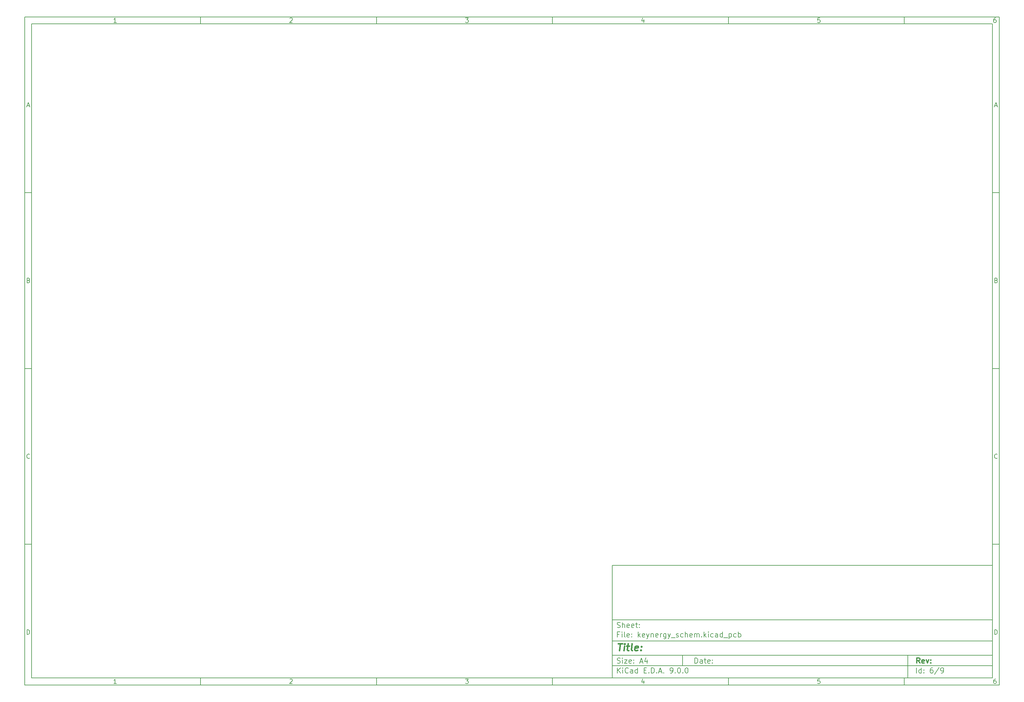
<source format=gbr>
%TF.GenerationSoftware,KiCad,Pcbnew,9.0.0*%
%TF.CreationDate,2025-04-02T13:07:29+08:00*%
%TF.ProjectId,keynergy_schem,6b65796e-6572-4677-995f-736368656d2e,rev?*%
%TF.SameCoordinates,Original*%
%TF.FileFunction,Legend,Bot*%
%TF.FilePolarity,Positive*%
%FSLAX46Y46*%
G04 Gerber Fmt 4.6, Leading zero omitted, Abs format (unit mm)*
G04 Created by KiCad (PCBNEW 9.0.0) date 2025-04-02 13:07:29*
%MOMM*%
%LPD*%
G01*
G04 APERTURE LIST*
%ADD10C,0.100000*%
%ADD11C,0.150000*%
%ADD12C,0.300000*%
%ADD13C,0.400000*%
G04 APERTURE END LIST*
D10*
D11*
X177002200Y-166007200D02*
X285002200Y-166007200D01*
X285002200Y-198007200D01*
X177002200Y-198007200D01*
X177002200Y-166007200D01*
D10*
D11*
X10000000Y-10000000D02*
X287002200Y-10000000D01*
X287002200Y-200007200D01*
X10000000Y-200007200D01*
X10000000Y-10000000D01*
D10*
D11*
X12000000Y-12000000D02*
X285002200Y-12000000D01*
X285002200Y-198007200D01*
X12000000Y-198007200D01*
X12000000Y-12000000D01*
D10*
D11*
X60000000Y-12000000D02*
X60000000Y-10000000D01*
D10*
D11*
X110000000Y-12000000D02*
X110000000Y-10000000D01*
D10*
D11*
X160000000Y-12000000D02*
X160000000Y-10000000D01*
D10*
D11*
X210000000Y-12000000D02*
X210000000Y-10000000D01*
D10*
D11*
X260000000Y-12000000D02*
X260000000Y-10000000D01*
D10*
D11*
X36089160Y-11593604D02*
X35346303Y-11593604D01*
X35717731Y-11593604D02*
X35717731Y-10293604D01*
X35717731Y-10293604D02*
X35593922Y-10479319D01*
X35593922Y-10479319D02*
X35470112Y-10603128D01*
X35470112Y-10603128D02*
X35346303Y-10665033D01*
D10*
D11*
X85346303Y-10417414D02*
X85408207Y-10355509D01*
X85408207Y-10355509D02*
X85532017Y-10293604D01*
X85532017Y-10293604D02*
X85841541Y-10293604D01*
X85841541Y-10293604D02*
X85965350Y-10355509D01*
X85965350Y-10355509D02*
X86027255Y-10417414D01*
X86027255Y-10417414D02*
X86089160Y-10541223D01*
X86089160Y-10541223D02*
X86089160Y-10665033D01*
X86089160Y-10665033D02*
X86027255Y-10850747D01*
X86027255Y-10850747D02*
X85284398Y-11593604D01*
X85284398Y-11593604D02*
X86089160Y-11593604D01*
D10*
D11*
X135284398Y-10293604D02*
X136089160Y-10293604D01*
X136089160Y-10293604D02*
X135655826Y-10788842D01*
X135655826Y-10788842D02*
X135841541Y-10788842D01*
X135841541Y-10788842D02*
X135965350Y-10850747D01*
X135965350Y-10850747D02*
X136027255Y-10912652D01*
X136027255Y-10912652D02*
X136089160Y-11036461D01*
X136089160Y-11036461D02*
X136089160Y-11345985D01*
X136089160Y-11345985D02*
X136027255Y-11469795D01*
X136027255Y-11469795D02*
X135965350Y-11531700D01*
X135965350Y-11531700D02*
X135841541Y-11593604D01*
X135841541Y-11593604D02*
X135470112Y-11593604D01*
X135470112Y-11593604D02*
X135346303Y-11531700D01*
X135346303Y-11531700D02*
X135284398Y-11469795D01*
D10*
D11*
X185965350Y-10726938D02*
X185965350Y-11593604D01*
X185655826Y-10231700D02*
X185346303Y-11160271D01*
X185346303Y-11160271D02*
X186151064Y-11160271D01*
D10*
D11*
X236027255Y-10293604D02*
X235408207Y-10293604D01*
X235408207Y-10293604D02*
X235346303Y-10912652D01*
X235346303Y-10912652D02*
X235408207Y-10850747D01*
X235408207Y-10850747D02*
X235532017Y-10788842D01*
X235532017Y-10788842D02*
X235841541Y-10788842D01*
X235841541Y-10788842D02*
X235965350Y-10850747D01*
X235965350Y-10850747D02*
X236027255Y-10912652D01*
X236027255Y-10912652D02*
X236089160Y-11036461D01*
X236089160Y-11036461D02*
X236089160Y-11345985D01*
X236089160Y-11345985D02*
X236027255Y-11469795D01*
X236027255Y-11469795D02*
X235965350Y-11531700D01*
X235965350Y-11531700D02*
X235841541Y-11593604D01*
X235841541Y-11593604D02*
X235532017Y-11593604D01*
X235532017Y-11593604D02*
X235408207Y-11531700D01*
X235408207Y-11531700D02*
X235346303Y-11469795D01*
D10*
D11*
X285965350Y-10293604D02*
X285717731Y-10293604D01*
X285717731Y-10293604D02*
X285593922Y-10355509D01*
X285593922Y-10355509D02*
X285532017Y-10417414D01*
X285532017Y-10417414D02*
X285408207Y-10603128D01*
X285408207Y-10603128D02*
X285346303Y-10850747D01*
X285346303Y-10850747D02*
X285346303Y-11345985D01*
X285346303Y-11345985D02*
X285408207Y-11469795D01*
X285408207Y-11469795D02*
X285470112Y-11531700D01*
X285470112Y-11531700D02*
X285593922Y-11593604D01*
X285593922Y-11593604D02*
X285841541Y-11593604D01*
X285841541Y-11593604D02*
X285965350Y-11531700D01*
X285965350Y-11531700D02*
X286027255Y-11469795D01*
X286027255Y-11469795D02*
X286089160Y-11345985D01*
X286089160Y-11345985D02*
X286089160Y-11036461D01*
X286089160Y-11036461D02*
X286027255Y-10912652D01*
X286027255Y-10912652D02*
X285965350Y-10850747D01*
X285965350Y-10850747D02*
X285841541Y-10788842D01*
X285841541Y-10788842D02*
X285593922Y-10788842D01*
X285593922Y-10788842D02*
X285470112Y-10850747D01*
X285470112Y-10850747D02*
X285408207Y-10912652D01*
X285408207Y-10912652D02*
X285346303Y-11036461D01*
D10*
D11*
X60000000Y-198007200D02*
X60000000Y-200007200D01*
D10*
D11*
X110000000Y-198007200D02*
X110000000Y-200007200D01*
D10*
D11*
X160000000Y-198007200D02*
X160000000Y-200007200D01*
D10*
D11*
X210000000Y-198007200D02*
X210000000Y-200007200D01*
D10*
D11*
X260000000Y-198007200D02*
X260000000Y-200007200D01*
D10*
D11*
X36089160Y-199600804D02*
X35346303Y-199600804D01*
X35717731Y-199600804D02*
X35717731Y-198300804D01*
X35717731Y-198300804D02*
X35593922Y-198486519D01*
X35593922Y-198486519D02*
X35470112Y-198610328D01*
X35470112Y-198610328D02*
X35346303Y-198672233D01*
D10*
D11*
X85346303Y-198424614D02*
X85408207Y-198362709D01*
X85408207Y-198362709D02*
X85532017Y-198300804D01*
X85532017Y-198300804D02*
X85841541Y-198300804D01*
X85841541Y-198300804D02*
X85965350Y-198362709D01*
X85965350Y-198362709D02*
X86027255Y-198424614D01*
X86027255Y-198424614D02*
X86089160Y-198548423D01*
X86089160Y-198548423D02*
X86089160Y-198672233D01*
X86089160Y-198672233D02*
X86027255Y-198857947D01*
X86027255Y-198857947D02*
X85284398Y-199600804D01*
X85284398Y-199600804D02*
X86089160Y-199600804D01*
D10*
D11*
X135284398Y-198300804D02*
X136089160Y-198300804D01*
X136089160Y-198300804D02*
X135655826Y-198796042D01*
X135655826Y-198796042D02*
X135841541Y-198796042D01*
X135841541Y-198796042D02*
X135965350Y-198857947D01*
X135965350Y-198857947D02*
X136027255Y-198919852D01*
X136027255Y-198919852D02*
X136089160Y-199043661D01*
X136089160Y-199043661D02*
X136089160Y-199353185D01*
X136089160Y-199353185D02*
X136027255Y-199476995D01*
X136027255Y-199476995D02*
X135965350Y-199538900D01*
X135965350Y-199538900D02*
X135841541Y-199600804D01*
X135841541Y-199600804D02*
X135470112Y-199600804D01*
X135470112Y-199600804D02*
X135346303Y-199538900D01*
X135346303Y-199538900D02*
X135284398Y-199476995D01*
D10*
D11*
X185965350Y-198734138D02*
X185965350Y-199600804D01*
X185655826Y-198238900D02*
X185346303Y-199167471D01*
X185346303Y-199167471D02*
X186151064Y-199167471D01*
D10*
D11*
X236027255Y-198300804D02*
X235408207Y-198300804D01*
X235408207Y-198300804D02*
X235346303Y-198919852D01*
X235346303Y-198919852D02*
X235408207Y-198857947D01*
X235408207Y-198857947D02*
X235532017Y-198796042D01*
X235532017Y-198796042D02*
X235841541Y-198796042D01*
X235841541Y-198796042D02*
X235965350Y-198857947D01*
X235965350Y-198857947D02*
X236027255Y-198919852D01*
X236027255Y-198919852D02*
X236089160Y-199043661D01*
X236089160Y-199043661D02*
X236089160Y-199353185D01*
X236089160Y-199353185D02*
X236027255Y-199476995D01*
X236027255Y-199476995D02*
X235965350Y-199538900D01*
X235965350Y-199538900D02*
X235841541Y-199600804D01*
X235841541Y-199600804D02*
X235532017Y-199600804D01*
X235532017Y-199600804D02*
X235408207Y-199538900D01*
X235408207Y-199538900D02*
X235346303Y-199476995D01*
D10*
D11*
X285965350Y-198300804D02*
X285717731Y-198300804D01*
X285717731Y-198300804D02*
X285593922Y-198362709D01*
X285593922Y-198362709D02*
X285532017Y-198424614D01*
X285532017Y-198424614D02*
X285408207Y-198610328D01*
X285408207Y-198610328D02*
X285346303Y-198857947D01*
X285346303Y-198857947D02*
X285346303Y-199353185D01*
X285346303Y-199353185D02*
X285408207Y-199476995D01*
X285408207Y-199476995D02*
X285470112Y-199538900D01*
X285470112Y-199538900D02*
X285593922Y-199600804D01*
X285593922Y-199600804D02*
X285841541Y-199600804D01*
X285841541Y-199600804D02*
X285965350Y-199538900D01*
X285965350Y-199538900D02*
X286027255Y-199476995D01*
X286027255Y-199476995D02*
X286089160Y-199353185D01*
X286089160Y-199353185D02*
X286089160Y-199043661D01*
X286089160Y-199043661D02*
X286027255Y-198919852D01*
X286027255Y-198919852D02*
X285965350Y-198857947D01*
X285965350Y-198857947D02*
X285841541Y-198796042D01*
X285841541Y-198796042D02*
X285593922Y-198796042D01*
X285593922Y-198796042D02*
X285470112Y-198857947D01*
X285470112Y-198857947D02*
X285408207Y-198919852D01*
X285408207Y-198919852D02*
X285346303Y-199043661D01*
D10*
D11*
X10000000Y-60000000D02*
X12000000Y-60000000D01*
D10*
D11*
X10000000Y-110000000D02*
X12000000Y-110000000D01*
D10*
D11*
X10000000Y-160000000D02*
X12000000Y-160000000D01*
D10*
D11*
X10690476Y-35222176D02*
X11309523Y-35222176D01*
X10566666Y-35593604D02*
X10999999Y-34293604D01*
X10999999Y-34293604D02*
X11433333Y-35593604D01*
D10*
D11*
X11092857Y-84912652D02*
X11278571Y-84974557D01*
X11278571Y-84974557D02*
X11340476Y-85036461D01*
X11340476Y-85036461D02*
X11402380Y-85160271D01*
X11402380Y-85160271D02*
X11402380Y-85345985D01*
X11402380Y-85345985D02*
X11340476Y-85469795D01*
X11340476Y-85469795D02*
X11278571Y-85531700D01*
X11278571Y-85531700D02*
X11154761Y-85593604D01*
X11154761Y-85593604D02*
X10659523Y-85593604D01*
X10659523Y-85593604D02*
X10659523Y-84293604D01*
X10659523Y-84293604D02*
X11092857Y-84293604D01*
X11092857Y-84293604D02*
X11216666Y-84355509D01*
X11216666Y-84355509D02*
X11278571Y-84417414D01*
X11278571Y-84417414D02*
X11340476Y-84541223D01*
X11340476Y-84541223D02*
X11340476Y-84665033D01*
X11340476Y-84665033D02*
X11278571Y-84788842D01*
X11278571Y-84788842D02*
X11216666Y-84850747D01*
X11216666Y-84850747D02*
X11092857Y-84912652D01*
X11092857Y-84912652D02*
X10659523Y-84912652D01*
D10*
D11*
X11402380Y-135469795D02*
X11340476Y-135531700D01*
X11340476Y-135531700D02*
X11154761Y-135593604D01*
X11154761Y-135593604D02*
X11030952Y-135593604D01*
X11030952Y-135593604D02*
X10845238Y-135531700D01*
X10845238Y-135531700D02*
X10721428Y-135407890D01*
X10721428Y-135407890D02*
X10659523Y-135284080D01*
X10659523Y-135284080D02*
X10597619Y-135036461D01*
X10597619Y-135036461D02*
X10597619Y-134850747D01*
X10597619Y-134850747D02*
X10659523Y-134603128D01*
X10659523Y-134603128D02*
X10721428Y-134479319D01*
X10721428Y-134479319D02*
X10845238Y-134355509D01*
X10845238Y-134355509D02*
X11030952Y-134293604D01*
X11030952Y-134293604D02*
X11154761Y-134293604D01*
X11154761Y-134293604D02*
X11340476Y-134355509D01*
X11340476Y-134355509D02*
X11402380Y-134417414D01*
D10*
D11*
X10659523Y-185593604D02*
X10659523Y-184293604D01*
X10659523Y-184293604D02*
X10969047Y-184293604D01*
X10969047Y-184293604D02*
X11154761Y-184355509D01*
X11154761Y-184355509D02*
X11278571Y-184479319D01*
X11278571Y-184479319D02*
X11340476Y-184603128D01*
X11340476Y-184603128D02*
X11402380Y-184850747D01*
X11402380Y-184850747D02*
X11402380Y-185036461D01*
X11402380Y-185036461D02*
X11340476Y-185284080D01*
X11340476Y-185284080D02*
X11278571Y-185407890D01*
X11278571Y-185407890D02*
X11154761Y-185531700D01*
X11154761Y-185531700D02*
X10969047Y-185593604D01*
X10969047Y-185593604D02*
X10659523Y-185593604D01*
D10*
D11*
X287002200Y-60000000D02*
X285002200Y-60000000D01*
D10*
D11*
X287002200Y-110000000D02*
X285002200Y-110000000D01*
D10*
D11*
X287002200Y-160000000D02*
X285002200Y-160000000D01*
D10*
D11*
X285692676Y-35222176D02*
X286311723Y-35222176D01*
X285568866Y-35593604D02*
X286002199Y-34293604D01*
X286002199Y-34293604D02*
X286435533Y-35593604D01*
D10*
D11*
X286095057Y-84912652D02*
X286280771Y-84974557D01*
X286280771Y-84974557D02*
X286342676Y-85036461D01*
X286342676Y-85036461D02*
X286404580Y-85160271D01*
X286404580Y-85160271D02*
X286404580Y-85345985D01*
X286404580Y-85345985D02*
X286342676Y-85469795D01*
X286342676Y-85469795D02*
X286280771Y-85531700D01*
X286280771Y-85531700D02*
X286156961Y-85593604D01*
X286156961Y-85593604D02*
X285661723Y-85593604D01*
X285661723Y-85593604D02*
X285661723Y-84293604D01*
X285661723Y-84293604D02*
X286095057Y-84293604D01*
X286095057Y-84293604D02*
X286218866Y-84355509D01*
X286218866Y-84355509D02*
X286280771Y-84417414D01*
X286280771Y-84417414D02*
X286342676Y-84541223D01*
X286342676Y-84541223D02*
X286342676Y-84665033D01*
X286342676Y-84665033D02*
X286280771Y-84788842D01*
X286280771Y-84788842D02*
X286218866Y-84850747D01*
X286218866Y-84850747D02*
X286095057Y-84912652D01*
X286095057Y-84912652D02*
X285661723Y-84912652D01*
D10*
D11*
X286404580Y-135469795D02*
X286342676Y-135531700D01*
X286342676Y-135531700D02*
X286156961Y-135593604D01*
X286156961Y-135593604D02*
X286033152Y-135593604D01*
X286033152Y-135593604D02*
X285847438Y-135531700D01*
X285847438Y-135531700D02*
X285723628Y-135407890D01*
X285723628Y-135407890D02*
X285661723Y-135284080D01*
X285661723Y-135284080D02*
X285599819Y-135036461D01*
X285599819Y-135036461D02*
X285599819Y-134850747D01*
X285599819Y-134850747D02*
X285661723Y-134603128D01*
X285661723Y-134603128D02*
X285723628Y-134479319D01*
X285723628Y-134479319D02*
X285847438Y-134355509D01*
X285847438Y-134355509D02*
X286033152Y-134293604D01*
X286033152Y-134293604D02*
X286156961Y-134293604D01*
X286156961Y-134293604D02*
X286342676Y-134355509D01*
X286342676Y-134355509D02*
X286404580Y-134417414D01*
D10*
D11*
X285661723Y-185593604D02*
X285661723Y-184293604D01*
X285661723Y-184293604D02*
X285971247Y-184293604D01*
X285971247Y-184293604D02*
X286156961Y-184355509D01*
X286156961Y-184355509D02*
X286280771Y-184479319D01*
X286280771Y-184479319D02*
X286342676Y-184603128D01*
X286342676Y-184603128D02*
X286404580Y-184850747D01*
X286404580Y-184850747D02*
X286404580Y-185036461D01*
X286404580Y-185036461D02*
X286342676Y-185284080D01*
X286342676Y-185284080D02*
X286280771Y-185407890D01*
X286280771Y-185407890D02*
X286156961Y-185531700D01*
X286156961Y-185531700D02*
X285971247Y-185593604D01*
X285971247Y-185593604D02*
X285661723Y-185593604D01*
D10*
D11*
X200458026Y-193793328D02*
X200458026Y-192293328D01*
X200458026Y-192293328D02*
X200815169Y-192293328D01*
X200815169Y-192293328D02*
X201029455Y-192364757D01*
X201029455Y-192364757D02*
X201172312Y-192507614D01*
X201172312Y-192507614D02*
X201243741Y-192650471D01*
X201243741Y-192650471D02*
X201315169Y-192936185D01*
X201315169Y-192936185D02*
X201315169Y-193150471D01*
X201315169Y-193150471D02*
X201243741Y-193436185D01*
X201243741Y-193436185D02*
X201172312Y-193579042D01*
X201172312Y-193579042D02*
X201029455Y-193721900D01*
X201029455Y-193721900D02*
X200815169Y-193793328D01*
X200815169Y-193793328D02*
X200458026Y-193793328D01*
X202600884Y-193793328D02*
X202600884Y-193007614D01*
X202600884Y-193007614D02*
X202529455Y-192864757D01*
X202529455Y-192864757D02*
X202386598Y-192793328D01*
X202386598Y-192793328D02*
X202100884Y-192793328D01*
X202100884Y-192793328D02*
X201958026Y-192864757D01*
X202600884Y-193721900D02*
X202458026Y-193793328D01*
X202458026Y-193793328D02*
X202100884Y-193793328D01*
X202100884Y-193793328D02*
X201958026Y-193721900D01*
X201958026Y-193721900D02*
X201886598Y-193579042D01*
X201886598Y-193579042D02*
X201886598Y-193436185D01*
X201886598Y-193436185D02*
X201958026Y-193293328D01*
X201958026Y-193293328D02*
X202100884Y-193221900D01*
X202100884Y-193221900D02*
X202458026Y-193221900D01*
X202458026Y-193221900D02*
X202600884Y-193150471D01*
X203100884Y-192793328D02*
X203672312Y-192793328D01*
X203315169Y-192293328D02*
X203315169Y-193579042D01*
X203315169Y-193579042D02*
X203386598Y-193721900D01*
X203386598Y-193721900D02*
X203529455Y-193793328D01*
X203529455Y-193793328D02*
X203672312Y-193793328D01*
X204743741Y-193721900D02*
X204600884Y-193793328D01*
X204600884Y-193793328D02*
X204315170Y-193793328D01*
X204315170Y-193793328D02*
X204172312Y-193721900D01*
X204172312Y-193721900D02*
X204100884Y-193579042D01*
X204100884Y-193579042D02*
X204100884Y-193007614D01*
X204100884Y-193007614D02*
X204172312Y-192864757D01*
X204172312Y-192864757D02*
X204315170Y-192793328D01*
X204315170Y-192793328D02*
X204600884Y-192793328D01*
X204600884Y-192793328D02*
X204743741Y-192864757D01*
X204743741Y-192864757D02*
X204815170Y-193007614D01*
X204815170Y-193007614D02*
X204815170Y-193150471D01*
X204815170Y-193150471D02*
X204100884Y-193293328D01*
X205458026Y-193650471D02*
X205529455Y-193721900D01*
X205529455Y-193721900D02*
X205458026Y-193793328D01*
X205458026Y-193793328D02*
X205386598Y-193721900D01*
X205386598Y-193721900D02*
X205458026Y-193650471D01*
X205458026Y-193650471D02*
X205458026Y-193793328D01*
X205458026Y-192864757D02*
X205529455Y-192936185D01*
X205529455Y-192936185D02*
X205458026Y-193007614D01*
X205458026Y-193007614D02*
X205386598Y-192936185D01*
X205386598Y-192936185D02*
X205458026Y-192864757D01*
X205458026Y-192864757D02*
X205458026Y-193007614D01*
D10*
D11*
X177002200Y-194507200D02*
X285002200Y-194507200D01*
D10*
D11*
X178458026Y-196593328D02*
X178458026Y-195093328D01*
X179315169Y-196593328D02*
X178672312Y-195736185D01*
X179315169Y-195093328D02*
X178458026Y-195950471D01*
X179958026Y-196593328D02*
X179958026Y-195593328D01*
X179958026Y-195093328D02*
X179886598Y-195164757D01*
X179886598Y-195164757D02*
X179958026Y-195236185D01*
X179958026Y-195236185D02*
X180029455Y-195164757D01*
X180029455Y-195164757D02*
X179958026Y-195093328D01*
X179958026Y-195093328D02*
X179958026Y-195236185D01*
X181529455Y-196450471D02*
X181458027Y-196521900D01*
X181458027Y-196521900D02*
X181243741Y-196593328D01*
X181243741Y-196593328D02*
X181100884Y-196593328D01*
X181100884Y-196593328D02*
X180886598Y-196521900D01*
X180886598Y-196521900D02*
X180743741Y-196379042D01*
X180743741Y-196379042D02*
X180672312Y-196236185D01*
X180672312Y-196236185D02*
X180600884Y-195950471D01*
X180600884Y-195950471D02*
X180600884Y-195736185D01*
X180600884Y-195736185D02*
X180672312Y-195450471D01*
X180672312Y-195450471D02*
X180743741Y-195307614D01*
X180743741Y-195307614D02*
X180886598Y-195164757D01*
X180886598Y-195164757D02*
X181100884Y-195093328D01*
X181100884Y-195093328D02*
X181243741Y-195093328D01*
X181243741Y-195093328D02*
X181458027Y-195164757D01*
X181458027Y-195164757D02*
X181529455Y-195236185D01*
X182815170Y-196593328D02*
X182815170Y-195807614D01*
X182815170Y-195807614D02*
X182743741Y-195664757D01*
X182743741Y-195664757D02*
X182600884Y-195593328D01*
X182600884Y-195593328D02*
X182315170Y-195593328D01*
X182315170Y-195593328D02*
X182172312Y-195664757D01*
X182815170Y-196521900D02*
X182672312Y-196593328D01*
X182672312Y-196593328D02*
X182315170Y-196593328D01*
X182315170Y-196593328D02*
X182172312Y-196521900D01*
X182172312Y-196521900D02*
X182100884Y-196379042D01*
X182100884Y-196379042D02*
X182100884Y-196236185D01*
X182100884Y-196236185D02*
X182172312Y-196093328D01*
X182172312Y-196093328D02*
X182315170Y-196021900D01*
X182315170Y-196021900D02*
X182672312Y-196021900D01*
X182672312Y-196021900D02*
X182815170Y-195950471D01*
X184172313Y-196593328D02*
X184172313Y-195093328D01*
X184172313Y-196521900D02*
X184029455Y-196593328D01*
X184029455Y-196593328D02*
X183743741Y-196593328D01*
X183743741Y-196593328D02*
X183600884Y-196521900D01*
X183600884Y-196521900D02*
X183529455Y-196450471D01*
X183529455Y-196450471D02*
X183458027Y-196307614D01*
X183458027Y-196307614D02*
X183458027Y-195879042D01*
X183458027Y-195879042D02*
X183529455Y-195736185D01*
X183529455Y-195736185D02*
X183600884Y-195664757D01*
X183600884Y-195664757D02*
X183743741Y-195593328D01*
X183743741Y-195593328D02*
X184029455Y-195593328D01*
X184029455Y-195593328D02*
X184172313Y-195664757D01*
X186029455Y-195807614D02*
X186529455Y-195807614D01*
X186743741Y-196593328D02*
X186029455Y-196593328D01*
X186029455Y-196593328D02*
X186029455Y-195093328D01*
X186029455Y-195093328D02*
X186743741Y-195093328D01*
X187386598Y-196450471D02*
X187458027Y-196521900D01*
X187458027Y-196521900D02*
X187386598Y-196593328D01*
X187386598Y-196593328D02*
X187315170Y-196521900D01*
X187315170Y-196521900D02*
X187386598Y-196450471D01*
X187386598Y-196450471D02*
X187386598Y-196593328D01*
X188100884Y-196593328D02*
X188100884Y-195093328D01*
X188100884Y-195093328D02*
X188458027Y-195093328D01*
X188458027Y-195093328D02*
X188672313Y-195164757D01*
X188672313Y-195164757D02*
X188815170Y-195307614D01*
X188815170Y-195307614D02*
X188886599Y-195450471D01*
X188886599Y-195450471D02*
X188958027Y-195736185D01*
X188958027Y-195736185D02*
X188958027Y-195950471D01*
X188958027Y-195950471D02*
X188886599Y-196236185D01*
X188886599Y-196236185D02*
X188815170Y-196379042D01*
X188815170Y-196379042D02*
X188672313Y-196521900D01*
X188672313Y-196521900D02*
X188458027Y-196593328D01*
X188458027Y-196593328D02*
X188100884Y-196593328D01*
X189600884Y-196450471D02*
X189672313Y-196521900D01*
X189672313Y-196521900D02*
X189600884Y-196593328D01*
X189600884Y-196593328D02*
X189529456Y-196521900D01*
X189529456Y-196521900D02*
X189600884Y-196450471D01*
X189600884Y-196450471D02*
X189600884Y-196593328D01*
X190243742Y-196164757D02*
X190958028Y-196164757D01*
X190100885Y-196593328D02*
X190600885Y-195093328D01*
X190600885Y-195093328D02*
X191100885Y-196593328D01*
X191600884Y-196450471D02*
X191672313Y-196521900D01*
X191672313Y-196521900D02*
X191600884Y-196593328D01*
X191600884Y-196593328D02*
X191529456Y-196521900D01*
X191529456Y-196521900D02*
X191600884Y-196450471D01*
X191600884Y-196450471D02*
X191600884Y-196593328D01*
X193529456Y-196593328D02*
X193815170Y-196593328D01*
X193815170Y-196593328D02*
X193958027Y-196521900D01*
X193958027Y-196521900D02*
X194029456Y-196450471D01*
X194029456Y-196450471D02*
X194172313Y-196236185D01*
X194172313Y-196236185D02*
X194243742Y-195950471D01*
X194243742Y-195950471D02*
X194243742Y-195379042D01*
X194243742Y-195379042D02*
X194172313Y-195236185D01*
X194172313Y-195236185D02*
X194100885Y-195164757D01*
X194100885Y-195164757D02*
X193958027Y-195093328D01*
X193958027Y-195093328D02*
X193672313Y-195093328D01*
X193672313Y-195093328D02*
X193529456Y-195164757D01*
X193529456Y-195164757D02*
X193458027Y-195236185D01*
X193458027Y-195236185D02*
X193386599Y-195379042D01*
X193386599Y-195379042D02*
X193386599Y-195736185D01*
X193386599Y-195736185D02*
X193458027Y-195879042D01*
X193458027Y-195879042D02*
X193529456Y-195950471D01*
X193529456Y-195950471D02*
X193672313Y-196021900D01*
X193672313Y-196021900D02*
X193958027Y-196021900D01*
X193958027Y-196021900D02*
X194100885Y-195950471D01*
X194100885Y-195950471D02*
X194172313Y-195879042D01*
X194172313Y-195879042D02*
X194243742Y-195736185D01*
X194886598Y-196450471D02*
X194958027Y-196521900D01*
X194958027Y-196521900D02*
X194886598Y-196593328D01*
X194886598Y-196593328D02*
X194815170Y-196521900D01*
X194815170Y-196521900D02*
X194886598Y-196450471D01*
X194886598Y-196450471D02*
X194886598Y-196593328D01*
X195886599Y-195093328D02*
X196029456Y-195093328D01*
X196029456Y-195093328D02*
X196172313Y-195164757D01*
X196172313Y-195164757D02*
X196243742Y-195236185D01*
X196243742Y-195236185D02*
X196315170Y-195379042D01*
X196315170Y-195379042D02*
X196386599Y-195664757D01*
X196386599Y-195664757D02*
X196386599Y-196021900D01*
X196386599Y-196021900D02*
X196315170Y-196307614D01*
X196315170Y-196307614D02*
X196243742Y-196450471D01*
X196243742Y-196450471D02*
X196172313Y-196521900D01*
X196172313Y-196521900D02*
X196029456Y-196593328D01*
X196029456Y-196593328D02*
X195886599Y-196593328D01*
X195886599Y-196593328D02*
X195743742Y-196521900D01*
X195743742Y-196521900D02*
X195672313Y-196450471D01*
X195672313Y-196450471D02*
X195600884Y-196307614D01*
X195600884Y-196307614D02*
X195529456Y-196021900D01*
X195529456Y-196021900D02*
X195529456Y-195664757D01*
X195529456Y-195664757D02*
X195600884Y-195379042D01*
X195600884Y-195379042D02*
X195672313Y-195236185D01*
X195672313Y-195236185D02*
X195743742Y-195164757D01*
X195743742Y-195164757D02*
X195886599Y-195093328D01*
X197029455Y-196450471D02*
X197100884Y-196521900D01*
X197100884Y-196521900D02*
X197029455Y-196593328D01*
X197029455Y-196593328D02*
X196958027Y-196521900D01*
X196958027Y-196521900D02*
X197029455Y-196450471D01*
X197029455Y-196450471D02*
X197029455Y-196593328D01*
X198029456Y-195093328D02*
X198172313Y-195093328D01*
X198172313Y-195093328D02*
X198315170Y-195164757D01*
X198315170Y-195164757D02*
X198386599Y-195236185D01*
X198386599Y-195236185D02*
X198458027Y-195379042D01*
X198458027Y-195379042D02*
X198529456Y-195664757D01*
X198529456Y-195664757D02*
X198529456Y-196021900D01*
X198529456Y-196021900D02*
X198458027Y-196307614D01*
X198458027Y-196307614D02*
X198386599Y-196450471D01*
X198386599Y-196450471D02*
X198315170Y-196521900D01*
X198315170Y-196521900D02*
X198172313Y-196593328D01*
X198172313Y-196593328D02*
X198029456Y-196593328D01*
X198029456Y-196593328D02*
X197886599Y-196521900D01*
X197886599Y-196521900D02*
X197815170Y-196450471D01*
X197815170Y-196450471D02*
X197743741Y-196307614D01*
X197743741Y-196307614D02*
X197672313Y-196021900D01*
X197672313Y-196021900D02*
X197672313Y-195664757D01*
X197672313Y-195664757D02*
X197743741Y-195379042D01*
X197743741Y-195379042D02*
X197815170Y-195236185D01*
X197815170Y-195236185D02*
X197886599Y-195164757D01*
X197886599Y-195164757D02*
X198029456Y-195093328D01*
D10*
D11*
X177002200Y-191507200D02*
X285002200Y-191507200D01*
D10*
D12*
X264413853Y-193785528D02*
X263913853Y-193071242D01*
X263556710Y-193785528D02*
X263556710Y-192285528D01*
X263556710Y-192285528D02*
X264128139Y-192285528D01*
X264128139Y-192285528D02*
X264270996Y-192356957D01*
X264270996Y-192356957D02*
X264342425Y-192428385D01*
X264342425Y-192428385D02*
X264413853Y-192571242D01*
X264413853Y-192571242D02*
X264413853Y-192785528D01*
X264413853Y-192785528D02*
X264342425Y-192928385D01*
X264342425Y-192928385D02*
X264270996Y-192999814D01*
X264270996Y-192999814D02*
X264128139Y-193071242D01*
X264128139Y-193071242D02*
X263556710Y-193071242D01*
X265628139Y-193714100D02*
X265485282Y-193785528D01*
X265485282Y-193785528D02*
X265199568Y-193785528D01*
X265199568Y-193785528D02*
X265056710Y-193714100D01*
X265056710Y-193714100D02*
X264985282Y-193571242D01*
X264985282Y-193571242D02*
X264985282Y-192999814D01*
X264985282Y-192999814D02*
X265056710Y-192856957D01*
X265056710Y-192856957D02*
X265199568Y-192785528D01*
X265199568Y-192785528D02*
X265485282Y-192785528D01*
X265485282Y-192785528D02*
X265628139Y-192856957D01*
X265628139Y-192856957D02*
X265699568Y-192999814D01*
X265699568Y-192999814D02*
X265699568Y-193142671D01*
X265699568Y-193142671D02*
X264985282Y-193285528D01*
X266199567Y-192785528D02*
X266556710Y-193785528D01*
X266556710Y-193785528D02*
X266913853Y-192785528D01*
X267485281Y-193642671D02*
X267556710Y-193714100D01*
X267556710Y-193714100D02*
X267485281Y-193785528D01*
X267485281Y-193785528D02*
X267413853Y-193714100D01*
X267413853Y-193714100D02*
X267485281Y-193642671D01*
X267485281Y-193642671D02*
X267485281Y-193785528D01*
X267485281Y-192856957D02*
X267556710Y-192928385D01*
X267556710Y-192928385D02*
X267485281Y-192999814D01*
X267485281Y-192999814D02*
X267413853Y-192928385D01*
X267413853Y-192928385D02*
X267485281Y-192856957D01*
X267485281Y-192856957D02*
X267485281Y-192999814D01*
D10*
D11*
X178386598Y-193721900D02*
X178600884Y-193793328D01*
X178600884Y-193793328D02*
X178958026Y-193793328D01*
X178958026Y-193793328D02*
X179100884Y-193721900D01*
X179100884Y-193721900D02*
X179172312Y-193650471D01*
X179172312Y-193650471D02*
X179243741Y-193507614D01*
X179243741Y-193507614D02*
X179243741Y-193364757D01*
X179243741Y-193364757D02*
X179172312Y-193221900D01*
X179172312Y-193221900D02*
X179100884Y-193150471D01*
X179100884Y-193150471D02*
X178958026Y-193079042D01*
X178958026Y-193079042D02*
X178672312Y-193007614D01*
X178672312Y-193007614D02*
X178529455Y-192936185D01*
X178529455Y-192936185D02*
X178458026Y-192864757D01*
X178458026Y-192864757D02*
X178386598Y-192721900D01*
X178386598Y-192721900D02*
X178386598Y-192579042D01*
X178386598Y-192579042D02*
X178458026Y-192436185D01*
X178458026Y-192436185D02*
X178529455Y-192364757D01*
X178529455Y-192364757D02*
X178672312Y-192293328D01*
X178672312Y-192293328D02*
X179029455Y-192293328D01*
X179029455Y-192293328D02*
X179243741Y-192364757D01*
X179886597Y-193793328D02*
X179886597Y-192793328D01*
X179886597Y-192293328D02*
X179815169Y-192364757D01*
X179815169Y-192364757D02*
X179886597Y-192436185D01*
X179886597Y-192436185D02*
X179958026Y-192364757D01*
X179958026Y-192364757D02*
X179886597Y-192293328D01*
X179886597Y-192293328D02*
X179886597Y-192436185D01*
X180458026Y-192793328D02*
X181243741Y-192793328D01*
X181243741Y-192793328D02*
X180458026Y-193793328D01*
X180458026Y-193793328D02*
X181243741Y-193793328D01*
X182386598Y-193721900D02*
X182243741Y-193793328D01*
X182243741Y-193793328D02*
X181958027Y-193793328D01*
X181958027Y-193793328D02*
X181815169Y-193721900D01*
X181815169Y-193721900D02*
X181743741Y-193579042D01*
X181743741Y-193579042D02*
X181743741Y-193007614D01*
X181743741Y-193007614D02*
X181815169Y-192864757D01*
X181815169Y-192864757D02*
X181958027Y-192793328D01*
X181958027Y-192793328D02*
X182243741Y-192793328D01*
X182243741Y-192793328D02*
X182386598Y-192864757D01*
X182386598Y-192864757D02*
X182458027Y-193007614D01*
X182458027Y-193007614D02*
X182458027Y-193150471D01*
X182458027Y-193150471D02*
X181743741Y-193293328D01*
X183100883Y-193650471D02*
X183172312Y-193721900D01*
X183172312Y-193721900D02*
X183100883Y-193793328D01*
X183100883Y-193793328D02*
X183029455Y-193721900D01*
X183029455Y-193721900D02*
X183100883Y-193650471D01*
X183100883Y-193650471D02*
X183100883Y-193793328D01*
X183100883Y-192864757D02*
X183172312Y-192936185D01*
X183172312Y-192936185D02*
X183100883Y-193007614D01*
X183100883Y-193007614D02*
X183029455Y-192936185D01*
X183029455Y-192936185D02*
X183100883Y-192864757D01*
X183100883Y-192864757D02*
X183100883Y-193007614D01*
X184886598Y-193364757D02*
X185600884Y-193364757D01*
X184743741Y-193793328D02*
X185243741Y-192293328D01*
X185243741Y-192293328D02*
X185743741Y-193793328D01*
X186886598Y-192793328D02*
X186886598Y-193793328D01*
X186529455Y-192221900D02*
X186172312Y-193293328D01*
X186172312Y-193293328D02*
X187100883Y-193293328D01*
D10*
D11*
X263458026Y-196593328D02*
X263458026Y-195093328D01*
X264815170Y-196593328D02*
X264815170Y-195093328D01*
X264815170Y-196521900D02*
X264672312Y-196593328D01*
X264672312Y-196593328D02*
X264386598Y-196593328D01*
X264386598Y-196593328D02*
X264243741Y-196521900D01*
X264243741Y-196521900D02*
X264172312Y-196450471D01*
X264172312Y-196450471D02*
X264100884Y-196307614D01*
X264100884Y-196307614D02*
X264100884Y-195879042D01*
X264100884Y-195879042D02*
X264172312Y-195736185D01*
X264172312Y-195736185D02*
X264243741Y-195664757D01*
X264243741Y-195664757D02*
X264386598Y-195593328D01*
X264386598Y-195593328D02*
X264672312Y-195593328D01*
X264672312Y-195593328D02*
X264815170Y-195664757D01*
X265529455Y-196450471D02*
X265600884Y-196521900D01*
X265600884Y-196521900D02*
X265529455Y-196593328D01*
X265529455Y-196593328D02*
X265458027Y-196521900D01*
X265458027Y-196521900D02*
X265529455Y-196450471D01*
X265529455Y-196450471D02*
X265529455Y-196593328D01*
X265529455Y-195664757D02*
X265600884Y-195736185D01*
X265600884Y-195736185D02*
X265529455Y-195807614D01*
X265529455Y-195807614D02*
X265458027Y-195736185D01*
X265458027Y-195736185D02*
X265529455Y-195664757D01*
X265529455Y-195664757D02*
X265529455Y-195807614D01*
X268029456Y-195093328D02*
X267743741Y-195093328D01*
X267743741Y-195093328D02*
X267600884Y-195164757D01*
X267600884Y-195164757D02*
X267529456Y-195236185D01*
X267529456Y-195236185D02*
X267386598Y-195450471D01*
X267386598Y-195450471D02*
X267315170Y-195736185D01*
X267315170Y-195736185D02*
X267315170Y-196307614D01*
X267315170Y-196307614D02*
X267386598Y-196450471D01*
X267386598Y-196450471D02*
X267458027Y-196521900D01*
X267458027Y-196521900D02*
X267600884Y-196593328D01*
X267600884Y-196593328D02*
X267886598Y-196593328D01*
X267886598Y-196593328D02*
X268029456Y-196521900D01*
X268029456Y-196521900D02*
X268100884Y-196450471D01*
X268100884Y-196450471D02*
X268172313Y-196307614D01*
X268172313Y-196307614D02*
X268172313Y-195950471D01*
X268172313Y-195950471D02*
X268100884Y-195807614D01*
X268100884Y-195807614D02*
X268029456Y-195736185D01*
X268029456Y-195736185D02*
X267886598Y-195664757D01*
X267886598Y-195664757D02*
X267600884Y-195664757D01*
X267600884Y-195664757D02*
X267458027Y-195736185D01*
X267458027Y-195736185D02*
X267386598Y-195807614D01*
X267386598Y-195807614D02*
X267315170Y-195950471D01*
X269886598Y-195021900D02*
X268600884Y-196950471D01*
X270458027Y-196593328D02*
X270743741Y-196593328D01*
X270743741Y-196593328D02*
X270886598Y-196521900D01*
X270886598Y-196521900D02*
X270958027Y-196450471D01*
X270958027Y-196450471D02*
X271100884Y-196236185D01*
X271100884Y-196236185D02*
X271172313Y-195950471D01*
X271172313Y-195950471D02*
X271172313Y-195379042D01*
X271172313Y-195379042D02*
X271100884Y-195236185D01*
X271100884Y-195236185D02*
X271029456Y-195164757D01*
X271029456Y-195164757D02*
X270886598Y-195093328D01*
X270886598Y-195093328D02*
X270600884Y-195093328D01*
X270600884Y-195093328D02*
X270458027Y-195164757D01*
X270458027Y-195164757D02*
X270386598Y-195236185D01*
X270386598Y-195236185D02*
X270315170Y-195379042D01*
X270315170Y-195379042D02*
X270315170Y-195736185D01*
X270315170Y-195736185D02*
X270386598Y-195879042D01*
X270386598Y-195879042D02*
X270458027Y-195950471D01*
X270458027Y-195950471D02*
X270600884Y-196021900D01*
X270600884Y-196021900D02*
X270886598Y-196021900D01*
X270886598Y-196021900D02*
X271029456Y-195950471D01*
X271029456Y-195950471D02*
X271100884Y-195879042D01*
X271100884Y-195879042D02*
X271172313Y-195736185D01*
D10*
D11*
X177002200Y-187507200D02*
X285002200Y-187507200D01*
D10*
D13*
X178693928Y-188211638D02*
X179836785Y-188211638D01*
X179015357Y-190211638D02*
X179265357Y-188211638D01*
X180253452Y-190211638D02*
X180420119Y-188878304D01*
X180503452Y-188211638D02*
X180396309Y-188306876D01*
X180396309Y-188306876D02*
X180479643Y-188402114D01*
X180479643Y-188402114D02*
X180586786Y-188306876D01*
X180586786Y-188306876D02*
X180503452Y-188211638D01*
X180503452Y-188211638D02*
X180479643Y-188402114D01*
X181086786Y-188878304D02*
X181848690Y-188878304D01*
X181455833Y-188211638D02*
X181241548Y-189925923D01*
X181241548Y-189925923D02*
X181312976Y-190116400D01*
X181312976Y-190116400D02*
X181491548Y-190211638D01*
X181491548Y-190211638D02*
X181682024Y-190211638D01*
X182634405Y-190211638D02*
X182455833Y-190116400D01*
X182455833Y-190116400D02*
X182384405Y-189925923D01*
X182384405Y-189925923D02*
X182598690Y-188211638D01*
X184170119Y-190116400D02*
X183967738Y-190211638D01*
X183967738Y-190211638D02*
X183586785Y-190211638D01*
X183586785Y-190211638D02*
X183408214Y-190116400D01*
X183408214Y-190116400D02*
X183336785Y-189925923D01*
X183336785Y-189925923D02*
X183432024Y-189164019D01*
X183432024Y-189164019D02*
X183551071Y-188973542D01*
X183551071Y-188973542D02*
X183753452Y-188878304D01*
X183753452Y-188878304D02*
X184134404Y-188878304D01*
X184134404Y-188878304D02*
X184312976Y-188973542D01*
X184312976Y-188973542D02*
X184384404Y-189164019D01*
X184384404Y-189164019D02*
X184360595Y-189354495D01*
X184360595Y-189354495D02*
X183384404Y-189544971D01*
X185134405Y-190021161D02*
X185217738Y-190116400D01*
X185217738Y-190116400D02*
X185110595Y-190211638D01*
X185110595Y-190211638D02*
X185027262Y-190116400D01*
X185027262Y-190116400D02*
X185134405Y-190021161D01*
X185134405Y-190021161D02*
X185110595Y-190211638D01*
X185265357Y-188973542D02*
X185348690Y-189068780D01*
X185348690Y-189068780D02*
X185241548Y-189164019D01*
X185241548Y-189164019D02*
X185158214Y-189068780D01*
X185158214Y-189068780D02*
X185265357Y-188973542D01*
X185265357Y-188973542D02*
X185241548Y-189164019D01*
D10*
D11*
X178958026Y-185607614D02*
X178458026Y-185607614D01*
X178458026Y-186393328D02*
X178458026Y-184893328D01*
X178458026Y-184893328D02*
X179172312Y-184893328D01*
X179743740Y-186393328D02*
X179743740Y-185393328D01*
X179743740Y-184893328D02*
X179672312Y-184964757D01*
X179672312Y-184964757D02*
X179743740Y-185036185D01*
X179743740Y-185036185D02*
X179815169Y-184964757D01*
X179815169Y-184964757D02*
X179743740Y-184893328D01*
X179743740Y-184893328D02*
X179743740Y-185036185D01*
X180672312Y-186393328D02*
X180529455Y-186321900D01*
X180529455Y-186321900D02*
X180458026Y-186179042D01*
X180458026Y-186179042D02*
X180458026Y-184893328D01*
X181815169Y-186321900D02*
X181672312Y-186393328D01*
X181672312Y-186393328D02*
X181386598Y-186393328D01*
X181386598Y-186393328D02*
X181243740Y-186321900D01*
X181243740Y-186321900D02*
X181172312Y-186179042D01*
X181172312Y-186179042D02*
X181172312Y-185607614D01*
X181172312Y-185607614D02*
X181243740Y-185464757D01*
X181243740Y-185464757D02*
X181386598Y-185393328D01*
X181386598Y-185393328D02*
X181672312Y-185393328D01*
X181672312Y-185393328D02*
X181815169Y-185464757D01*
X181815169Y-185464757D02*
X181886598Y-185607614D01*
X181886598Y-185607614D02*
X181886598Y-185750471D01*
X181886598Y-185750471D02*
X181172312Y-185893328D01*
X182529454Y-186250471D02*
X182600883Y-186321900D01*
X182600883Y-186321900D02*
X182529454Y-186393328D01*
X182529454Y-186393328D02*
X182458026Y-186321900D01*
X182458026Y-186321900D02*
X182529454Y-186250471D01*
X182529454Y-186250471D02*
X182529454Y-186393328D01*
X182529454Y-185464757D02*
X182600883Y-185536185D01*
X182600883Y-185536185D02*
X182529454Y-185607614D01*
X182529454Y-185607614D02*
X182458026Y-185536185D01*
X182458026Y-185536185D02*
X182529454Y-185464757D01*
X182529454Y-185464757D02*
X182529454Y-185607614D01*
X184386597Y-186393328D02*
X184386597Y-184893328D01*
X184529455Y-185821900D02*
X184958026Y-186393328D01*
X184958026Y-185393328D02*
X184386597Y-185964757D01*
X186172312Y-186321900D02*
X186029455Y-186393328D01*
X186029455Y-186393328D02*
X185743741Y-186393328D01*
X185743741Y-186393328D02*
X185600883Y-186321900D01*
X185600883Y-186321900D02*
X185529455Y-186179042D01*
X185529455Y-186179042D02*
X185529455Y-185607614D01*
X185529455Y-185607614D02*
X185600883Y-185464757D01*
X185600883Y-185464757D02*
X185743741Y-185393328D01*
X185743741Y-185393328D02*
X186029455Y-185393328D01*
X186029455Y-185393328D02*
X186172312Y-185464757D01*
X186172312Y-185464757D02*
X186243741Y-185607614D01*
X186243741Y-185607614D02*
X186243741Y-185750471D01*
X186243741Y-185750471D02*
X185529455Y-185893328D01*
X186743740Y-185393328D02*
X187100883Y-186393328D01*
X187458026Y-185393328D02*
X187100883Y-186393328D01*
X187100883Y-186393328D02*
X186958026Y-186750471D01*
X186958026Y-186750471D02*
X186886597Y-186821900D01*
X186886597Y-186821900D02*
X186743740Y-186893328D01*
X188029454Y-185393328D02*
X188029454Y-186393328D01*
X188029454Y-185536185D02*
X188100883Y-185464757D01*
X188100883Y-185464757D02*
X188243740Y-185393328D01*
X188243740Y-185393328D02*
X188458026Y-185393328D01*
X188458026Y-185393328D02*
X188600883Y-185464757D01*
X188600883Y-185464757D02*
X188672312Y-185607614D01*
X188672312Y-185607614D02*
X188672312Y-186393328D01*
X189958026Y-186321900D02*
X189815169Y-186393328D01*
X189815169Y-186393328D02*
X189529455Y-186393328D01*
X189529455Y-186393328D02*
X189386597Y-186321900D01*
X189386597Y-186321900D02*
X189315169Y-186179042D01*
X189315169Y-186179042D02*
X189315169Y-185607614D01*
X189315169Y-185607614D02*
X189386597Y-185464757D01*
X189386597Y-185464757D02*
X189529455Y-185393328D01*
X189529455Y-185393328D02*
X189815169Y-185393328D01*
X189815169Y-185393328D02*
X189958026Y-185464757D01*
X189958026Y-185464757D02*
X190029455Y-185607614D01*
X190029455Y-185607614D02*
X190029455Y-185750471D01*
X190029455Y-185750471D02*
X189315169Y-185893328D01*
X190672311Y-186393328D02*
X190672311Y-185393328D01*
X190672311Y-185679042D02*
X190743740Y-185536185D01*
X190743740Y-185536185D02*
X190815169Y-185464757D01*
X190815169Y-185464757D02*
X190958026Y-185393328D01*
X190958026Y-185393328D02*
X191100883Y-185393328D01*
X192243740Y-185393328D02*
X192243740Y-186607614D01*
X192243740Y-186607614D02*
X192172311Y-186750471D01*
X192172311Y-186750471D02*
X192100882Y-186821900D01*
X192100882Y-186821900D02*
X191958025Y-186893328D01*
X191958025Y-186893328D02*
X191743740Y-186893328D01*
X191743740Y-186893328D02*
X191600882Y-186821900D01*
X192243740Y-186321900D02*
X192100882Y-186393328D01*
X192100882Y-186393328D02*
X191815168Y-186393328D01*
X191815168Y-186393328D02*
X191672311Y-186321900D01*
X191672311Y-186321900D02*
X191600882Y-186250471D01*
X191600882Y-186250471D02*
X191529454Y-186107614D01*
X191529454Y-186107614D02*
X191529454Y-185679042D01*
X191529454Y-185679042D02*
X191600882Y-185536185D01*
X191600882Y-185536185D02*
X191672311Y-185464757D01*
X191672311Y-185464757D02*
X191815168Y-185393328D01*
X191815168Y-185393328D02*
X192100882Y-185393328D01*
X192100882Y-185393328D02*
X192243740Y-185464757D01*
X192815168Y-185393328D02*
X193172311Y-186393328D01*
X193529454Y-185393328D02*
X193172311Y-186393328D01*
X193172311Y-186393328D02*
X193029454Y-186750471D01*
X193029454Y-186750471D02*
X192958025Y-186821900D01*
X192958025Y-186821900D02*
X192815168Y-186893328D01*
X193743740Y-186536185D02*
X194886597Y-186536185D01*
X195172311Y-186321900D02*
X195315168Y-186393328D01*
X195315168Y-186393328D02*
X195600882Y-186393328D01*
X195600882Y-186393328D02*
X195743739Y-186321900D01*
X195743739Y-186321900D02*
X195815168Y-186179042D01*
X195815168Y-186179042D02*
X195815168Y-186107614D01*
X195815168Y-186107614D02*
X195743739Y-185964757D01*
X195743739Y-185964757D02*
X195600882Y-185893328D01*
X195600882Y-185893328D02*
X195386597Y-185893328D01*
X195386597Y-185893328D02*
X195243739Y-185821900D01*
X195243739Y-185821900D02*
X195172311Y-185679042D01*
X195172311Y-185679042D02*
X195172311Y-185607614D01*
X195172311Y-185607614D02*
X195243739Y-185464757D01*
X195243739Y-185464757D02*
X195386597Y-185393328D01*
X195386597Y-185393328D02*
X195600882Y-185393328D01*
X195600882Y-185393328D02*
X195743739Y-185464757D01*
X197100883Y-186321900D02*
X196958025Y-186393328D01*
X196958025Y-186393328D02*
X196672311Y-186393328D01*
X196672311Y-186393328D02*
X196529454Y-186321900D01*
X196529454Y-186321900D02*
X196458025Y-186250471D01*
X196458025Y-186250471D02*
X196386597Y-186107614D01*
X196386597Y-186107614D02*
X196386597Y-185679042D01*
X196386597Y-185679042D02*
X196458025Y-185536185D01*
X196458025Y-185536185D02*
X196529454Y-185464757D01*
X196529454Y-185464757D02*
X196672311Y-185393328D01*
X196672311Y-185393328D02*
X196958025Y-185393328D01*
X196958025Y-185393328D02*
X197100883Y-185464757D01*
X197743739Y-186393328D02*
X197743739Y-184893328D01*
X198386597Y-186393328D02*
X198386597Y-185607614D01*
X198386597Y-185607614D02*
X198315168Y-185464757D01*
X198315168Y-185464757D02*
X198172311Y-185393328D01*
X198172311Y-185393328D02*
X197958025Y-185393328D01*
X197958025Y-185393328D02*
X197815168Y-185464757D01*
X197815168Y-185464757D02*
X197743739Y-185536185D01*
X199672311Y-186321900D02*
X199529454Y-186393328D01*
X199529454Y-186393328D02*
X199243740Y-186393328D01*
X199243740Y-186393328D02*
X199100882Y-186321900D01*
X199100882Y-186321900D02*
X199029454Y-186179042D01*
X199029454Y-186179042D02*
X199029454Y-185607614D01*
X199029454Y-185607614D02*
X199100882Y-185464757D01*
X199100882Y-185464757D02*
X199243740Y-185393328D01*
X199243740Y-185393328D02*
X199529454Y-185393328D01*
X199529454Y-185393328D02*
X199672311Y-185464757D01*
X199672311Y-185464757D02*
X199743740Y-185607614D01*
X199743740Y-185607614D02*
X199743740Y-185750471D01*
X199743740Y-185750471D02*
X199029454Y-185893328D01*
X200386596Y-186393328D02*
X200386596Y-185393328D01*
X200386596Y-185536185D02*
X200458025Y-185464757D01*
X200458025Y-185464757D02*
X200600882Y-185393328D01*
X200600882Y-185393328D02*
X200815168Y-185393328D01*
X200815168Y-185393328D02*
X200958025Y-185464757D01*
X200958025Y-185464757D02*
X201029454Y-185607614D01*
X201029454Y-185607614D02*
X201029454Y-186393328D01*
X201029454Y-185607614D02*
X201100882Y-185464757D01*
X201100882Y-185464757D02*
X201243739Y-185393328D01*
X201243739Y-185393328D02*
X201458025Y-185393328D01*
X201458025Y-185393328D02*
X201600882Y-185464757D01*
X201600882Y-185464757D02*
X201672311Y-185607614D01*
X201672311Y-185607614D02*
X201672311Y-186393328D01*
X202386596Y-186250471D02*
X202458025Y-186321900D01*
X202458025Y-186321900D02*
X202386596Y-186393328D01*
X202386596Y-186393328D02*
X202315168Y-186321900D01*
X202315168Y-186321900D02*
X202386596Y-186250471D01*
X202386596Y-186250471D02*
X202386596Y-186393328D01*
X203100882Y-186393328D02*
X203100882Y-184893328D01*
X203243740Y-185821900D02*
X203672311Y-186393328D01*
X203672311Y-185393328D02*
X203100882Y-185964757D01*
X204315168Y-186393328D02*
X204315168Y-185393328D01*
X204315168Y-184893328D02*
X204243740Y-184964757D01*
X204243740Y-184964757D02*
X204315168Y-185036185D01*
X204315168Y-185036185D02*
X204386597Y-184964757D01*
X204386597Y-184964757D02*
X204315168Y-184893328D01*
X204315168Y-184893328D02*
X204315168Y-185036185D01*
X205672312Y-186321900D02*
X205529454Y-186393328D01*
X205529454Y-186393328D02*
X205243740Y-186393328D01*
X205243740Y-186393328D02*
X205100883Y-186321900D01*
X205100883Y-186321900D02*
X205029454Y-186250471D01*
X205029454Y-186250471D02*
X204958026Y-186107614D01*
X204958026Y-186107614D02*
X204958026Y-185679042D01*
X204958026Y-185679042D02*
X205029454Y-185536185D01*
X205029454Y-185536185D02*
X205100883Y-185464757D01*
X205100883Y-185464757D02*
X205243740Y-185393328D01*
X205243740Y-185393328D02*
X205529454Y-185393328D01*
X205529454Y-185393328D02*
X205672312Y-185464757D01*
X206958026Y-186393328D02*
X206958026Y-185607614D01*
X206958026Y-185607614D02*
X206886597Y-185464757D01*
X206886597Y-185464757D02*
X206743740Y-185393328D01*
X206743740Y-185393328D02*
X206458026Y-185393328D01*
X206458026Y-185393328D02*
X206315168Y-185464757D01*
X206958026Y-186321900D02*
X206815168Y-186393328D01*
X206815168Y-186393328D02*
X206458026Y-186393328D01*
X206458026Y-186393328D02*
X206315168Y-186321900D01*
X206315168Y-186321900D02*
X206243740Y-186179042D01*
X206243740Y-186179042D02*
X206243740Y-186036185D01*
X206243740Y-186036185D02*
X206315168Y-185893328D01*
X206315168Y-185893328D02*
X206458026Y-185821900D01*
X206458026Y-185821900D02*
X206815168Y-185821900D01*
X206815168Y-185821900D02*
X206958026Y-185750471D01*
X208315169Y-186393328D02*
X208315169Y-184893328D01*
X208315169Y-186321900D02*
X208172311Y-186393328D01*
X208172311Y-186393328D02*
X207886597Y-186393328D01*
X207886597Y-186393328D02*
X207743740Y-186321900D01*
X207743740Y-186321900D02*
X207672311Y-186250471D01*
X207672311Y-186250471D02*
X207600883Y-186107614D01*
X207600883Y-186107614D02*
X207600883Y-185679042D01*
X207600883Y-185679042D02*
X207672311Y-185536185D01*
X207672311Y-185536185D02*
X207743740Y-185464757D01*
X207743740Y-185464757D02*
X207886597Y-185393328D01*
X207886597Y-185393328D02*
X208172311Y-185393328D01*
X208172311Y-185393328D02*
X208315169Y-185464757D01*
X208672312Y-186536185D02*
X209815169Y-186536185D01*
X210172311Y-185393328D02*
X210172311Y-186893328D01*
X210172311Y-185464757D02*
X210315169Y-185393328D01*
X210315169Y-185393328D02*
X210600883Y-185393328D01*
X210600883Y-185393328D02*
X210743740Y-185464757D01*
X210743740Y-185464757D02*
X210815169Y-185536185D01*
X210815169Y-185536185D02*
X210886597Y-185679042D01*
X210886597Y-185679042D02*
X210886597Y-186107614D01*
X210886597Y-186107614D02*
X210815169Y-186250471D01*
X210815169Y-186250471D02*
X210743740Y-186321900D01*
X210743740Y-186321900D02*
X210600883Y-186393328D01*
X210600883Y-186393328D02*
X210315169Y-186393328D01*
X210315169Y-186393328D02*
X210172311Y-186321900D01*
X212172312Y-186321900D02*
X212029454Y-186393328D01*
X212029454Y-186393328D02*
X211743740Y-186393328D01*
X211743740Y-186393328D02*
X211600883Y-186321900D01*
X211600883Y-186321900D02*
X211529454Y-186250471D01*
X211529454Y-186250471D02*
X211458026Y-186107614D01*
X211458026Y-186107614D02*
X211458026Y-185679042D01*
X211458026Y-185679042D02*
X211529454Y-185536185D01*
X211529454Y-185536185D02*
X211600883Y-185464757D01*
X211600883Y-185464757D02*
X211743740Y-185393328D01*
X211743740Y-185393328D02*
X212029454Y-185393328D01*
X212029454Y-185393328D02*
X212172312Y-185464757D01*
X212815168Y-186393328D02*
X212815168Y-184893328D01*
X212815168Y-185464757D02*
X212958026Y-185393328D01*
X212958026Y-185393328D02*
X213243740Y-185393328D01*
X213243740Y-185393328D02*
X213386597Y-185464757D01*
X213386597Y-185464757D02*
X213458026Y-185536185D01*
X213458026Y-185536185D02*
X213529454Y-185679042D01*
X213529454Y-185679042D02*
X213529454Y-186107614D01*
X213529454Y-186107614D02*
X213458026Y-186250471D01*
X213458026Y-186250471D02*
X213386597Y-186321900D01*
X213386597Y-186321900D02*
X213243740Y-186393328D01*
X213243740Y-186393328D02*
X212958026Y-186393328D01*
X212958026Y-186393328D02*
X212815168Y-186321900D01*
D10*
D11*
X177002200Y-181507200D02*
X285002200Y-181507200D01*
D10*
D11*
X178386598Y-183621900D02*
X178600884Y-183693328D01*
X178600884Y-183693328D02*
X178958026Y-183693328D01*
X178958026Y-183693328D02*
X179100884Y-183621900D01*
X179100884Y-183621900D02*
X179172312Y-183550471D01*
X179172312Y-183550471D02*
X179243741Y-183407614D01*
X179243741Y-183407614D02*
X179243741Y-183264757D01*
X179243741Y-183264757D02*
X179172312Y-183121900D01*
X179172312Y-183121900D02*
X179100884Y-183050471D01*
X179100884Y-183050471D02*
X178958026Y-182979042D01*
X178958026Y-182979042D02*
X178672312Y-182907614D01*
X178672312Y-182907614D02*
X178529455Y-182836185D01*
X178529455Y-182836185D02*
X178458026Y-182764757D01*
X178458026Y-182764757D02*
X178386598Y-182621900D01*
X178386598Y-182621900D02*
X178386598Y-182479042D01*
X178386598Y-182479042D02*
X178458026Y-182336185D01*
X178458026Y-182336185D02*
X178529455Y-182264757D01*
X178529455Y-182264757D02*
X178672312Y-182193328D01*
X178672312Y-182193328D02*
X179029455Y-182193328D01*
X179029455Y-182193328D02*
X179243741Y-182264757D01*
X179886597Y-183693328D02*
X179886597Y-182193328D01*
X180529455Y-183693328D02*
X180529455Y-182907614D01*
X180529455Y-182907614D02*
X180458026Y-182764757D01*
X180458026Y-182764757D02*
X180315169Y-182693328D01*
X180315169Y-182693328D02*
X180100883Y-182693328D01*
X180100883Y-182693328D02*
X179958026Y-182764757D01*
X179958026Y-182764757D02*
X179886597Y-182836185D01*
X181815169Y-183621900D02*
X181672312Y-183693328D01*
X181672312Y-183693328D02*
X181386598Y-183693328D01*
X181386598Y-183693328D02*
X181243740Y-183621900D01*
X181243740Y-183621900D02*
X181172312Y-183479042D01*
X181172312Y-183479042D02*
X181172312Y-182907614D01*
X181172312Y-182907614D02*
X181243740Y-182764757D01*
X181243740Y-182764757D02*
X181386598Y-182693328D01*
X181386598Y-182693328D02*
X181672312Y-182693328D01*
X181672312Y-182693328D02*
X181815169Y-182764757D01*
X181815169Y-182764757D02*
X181886598Y-182907614D01*
X181886598Y-182907614D02*
X181886598Y-183050471D01*
X181886598Y-183050471D02*
X181172312Y-183193328D01*
X183100883Y-183621900D02*
X182958026Y-183693328D01*
X182958026Y-183693328D02*
X182672312Y-183693328D01*
X182672312Y-183693328D02*
X182529454Y-183621900D01*
X182529454Y-183621900D02*
X182458026Y-183479042D01*
X182458026Y-183479042D02*
X182458026Y-182907614D01*
X182458026Y-182907614D02*
X182529454Y-182764757D01*
X182529454Y-182764757D02*
X182672312Y-182693328D01*
X182672312Y-182693328D02*
X182958026Y-182693328D01*
X182958026Y-182693328D02*
X183100883Y-182764757D01*
X183100883Y-182764757D02*
X183172312Y-182907614D01*
X183172312Y-182907614D02*
X183172312Y-183050471D01*
X183172312Y-183050471D02*
X182458026Y-183193328D01*
X183600883Y-182693328D02*
X184172311Y-182693328D01*
X183815168Y-182193328D02*
X183815168Y-183479042D01*
X183815168Y-183479042D02*
X183886597Y-183621900D01*
X183886597Y-183621900D02*
X184029454Y-183693328D01*
X184029454Y-183693328D02*
X184172311Y-183693328D01*
X184672311Y-183550471D02*
X184743740Y-183621900D01*
X184743740Y-183621900D02*
X184672311Y-183693328D01*
X184672311Y-183693328D02*
X184600883Y-183621900D01*
X184600883Y-183621900D02*
X184672311Y-183550471D01*
X184672311Y-183550471D02*
X184672311Y-183693328D01*
X184672311Y-182764757D02*
X184743740Y-182836185D01*
X184743740Y-182836185D02*
X184672311Y-182907614D01*
X184672311Y-182907614D02*
X184600883Y-182836185D01*
X184600883Y-182836185D02*
X184672311Y-182764757D01*
X184672311Y-182764757D02*
X184672311Y-182907614D01*
D10*
D11*
X197002200Y-191507200D02*
X197002200Y-194507200D01*
D10*
D11*
X261002200Y-191507200D02*
X261002200Y-198007200D01*
M02*

</source>
